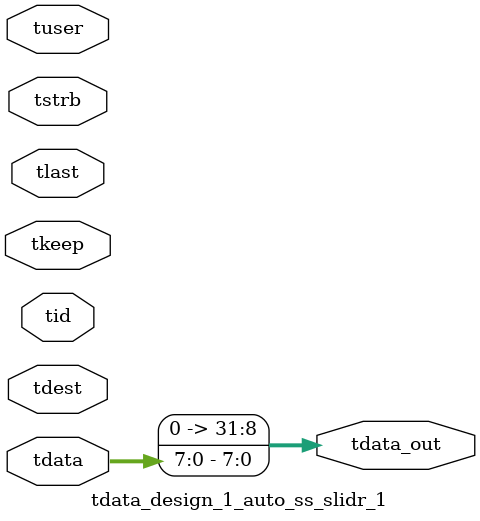
<source format=v>


`timescale 1ps/1ps

module tdata_design_1_auto_ss_slidr_1 #
(
parameter C_S_AXIS_TDATA_WIDTH = 32,
parameter C_S_AXIS_TUSER_WIDTH = 0,
parameter C_S_AXIS_TID_WIDTH   = 0,
parameter C_S_AXIS_TDEST_WIDTH = 0,
parameter C_M_AXIS_TDATA_WIDTH = 32
)
(
input  [(C_S_AXIS_TDATA_WIDTH == 0 ? 1 : C_S_AXIS_TDATA_WIDTH)-1:0     ] tdata,
input  [(C_S_AXIS_TUSER_WIDTH == 0 ? 1 : C_S_AXIS_TUSER_WIDTH)-1:0     ] tuser,
input  [(C_S_AXIS_TID_WIDTH   == 0 ? 1 : C_S_AXIS_TID_WIDTH)-1:0       ] tid,
input  [(C_S_AXIS_TDEST_WIDTH == 0 ? 1 : C_S_AXIS_TDEST_WIDTH)-1:0     ] tdest,
input  [(C_S_AXIS_TDATA_WIDTH/8)-1:0 ] tkeep,
input  [(C_S_AXIS_TDATA_WIDTH/8)-1:0 ] tstrb,
input                                                                    tlast,
output [C_M_AXIS_TDATA_WIDTH-1:0] tdata_out
);

assign tdata_out = {tdata[7:0]};

endmodule


</source>
